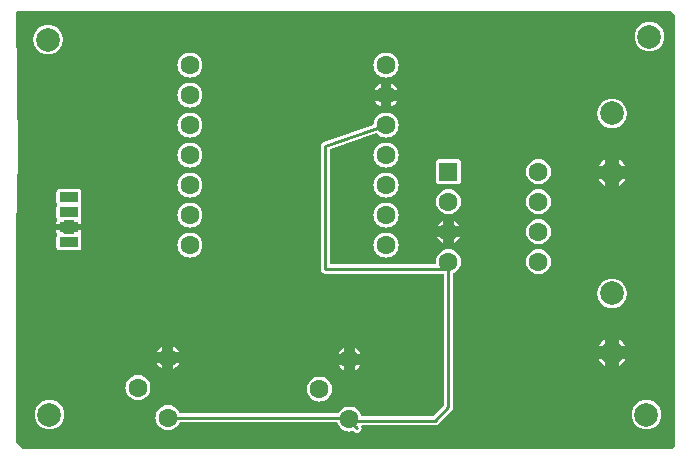
<source format=gbl>
G04 Layer: BottomLayer*
G04 EasyEDA v6.5.50, 2025-05-02 13:44:32*
G04 9c8b662e0eda49d2b6f133a678b52552,4ea17189a5af4923b0f09c00d4425dfb,10*
G04 Gerber Generator version 0.2*
G04 Scale: 100 percent, Rotated: No, Reflected: No *
G04 Dimensions in millimeters *
G04 leading zeros omitted , absolute positions ,4 integer and 5 decimal *
%FSLAX45Y45*%
%MOMM*%

%ADD10C,0.2540*%
%ADD11R,1.6002X1.6002*%
%ADD12C,1.6002*%
%ADD13C,2.0000*%
%ADD14C,1.6000*%
%ADD15R,1.6002X0.8890*%
%ADD16R,0.0198X0.8890*%

%LPD*%
G36*
X804316Y2755900D02*
G01*
X800404Y2756662D01*
X797102Y2758897D01*
X752297Y2803702D01*
X750062Y2807004D01*
X749300Y2810916D01*
X749300Y4584598D01*
X762000Y5245150D01*
X749401Y6454038D01*
X750163Y6457950D01*
X752348Y6461302D01*
X755650Y6463538D01*
X759561Y6464300D01*
X6282283Y6464300D01*
X6286195Y6463538D01*
X6289497Y6461302D01*
X6321602Y6429197D01*
X6323838Y6425895D01*
X6324600Y6421983D01*
X6324600Y2785516D01*
X6323838Y2781604D01*
X6321602Y2778302D01*
X6302197Y2758897D01*
X6298895Y2756662D01*
X6294983Y2755900D01*
G37*

%LPC*%
G36*
X3632200Y2895142D02*
G01*
X3639718Y2895904D01*
X3646932Y2898089D01*
X3653637Y2901645D01*
X3659479Y2906420D01*
X3664254Y2912262D01*
X3667810Y2918968D01*
X3669995Y2926181D01*
X3670757Y2933700D01*
X3669995Y2941218D01*
X3668725Y2945485D01*
X3668318Y2949244D01*
X3669284Y2952851D01*
X3671570Y2955899D01*
X3674770Y2957880D01*
X3678428Y2958592D01*
X4292092Y2958592D01*
X4300118Y2959404D01*
X4307332Y2961589D01*
X4314037Y2965145D01*
X4320235Y2970276D01*
X4433824Y3083864D01*
X4438954Y3090062D01*
X4442510Y3096768D01*
X4444695Y3103981D01*
X4445508Y3112008D01*
X4445508Y4238294D01*
X4446219Y4242003D01*
X4448200Y4245152D01*
X4451197Y4247438D01*
X4459833Y4251706D01*
X4471365Y4259376D01*
X4481779Y4268520D01*
X4490923Y4278934D01*
X4498594Y4290466D01*
X4504740Y4302861D01*
X4509211Y4315968D01*
X4511903Y4329582D01*
X4512818Y4343400D01*
X4511903Y4357217D01*
X4509211Y4370832D01*
X4504740Y4383938D01*
X4498594Y4396333D01*
X4490923Y4407865D01*
X4481779Y4418279D01*
X4471365Y4427423D01*
X4459833Y4435094D01*
X4447438Y4441240D01*
X4434332Y4445711D01*
X4420717Y4448403D01*
X4406900Y4449318D01*
X4393082Y4448403D01*
X4379468Y4445711D01*
X4366361Y4441240D01*
X4353966Y4435094D01*
X4342434Y4427423D01*
X4332020Y4418279D01*
X4322876Y4407865D01*
X4315206Y4396333D01*
X4309059Y4383938D01*
X4304588Y4370832D01*
X4301896Y4357217D01*
X4300982Y4343400D01*
X4301947Y4329328D01*
X4301337Y4325264D01*
X4299204Y4321708D01*
X4295851Y4319320D01*
X4291787Y4318508D01*
X3414268Y4318508D01*
X3410356Y4319270D01*
X3407105Y4321505D01*
X3404870Y4324756D01*
X3404108Y4328668D01*
X3404108Y5286603D01*
X3404971Y5290667D01*
X3407359Y5294071D01*
X3410915Y5296204D01*
X3791254Y5428132D01*
X3795217Y5428691D01*
X3799078Y5427675D01*
X3813556Y5415076D01*
X3825036Y5407406D01*
X3837482Y5401259D01*
X3850589Y5396839D01*
X3864152Y5394096D01*
X3877970Y5393232D01*
X3891838Y5394096D01*
X3905402Y5396839D01*
X3918508Y5401259D01*
X3930954Y5407406D01*
X3942435Y5415076D01*
X3952849Y5424220D01*
X3961993Y5434634D01*
X3969715Y5446166D01*
X3975811Y5458561D01*
X3980281Y5471718D01*
X3982974Y5485282D01*
X3983888Y5499100D01*
X3982974Y5512917D01*
X3980281Y5526481D01*
X3975811Y5539638D01*
X3969715Y5552033D01*
X3961993Y5563565D01*
X3952849Y5573979D01*
X3942435Y5583123D01*
X3930954Y5590794D01*
X3918508Y5596940D01*
X3905402Y5601360D01*
X3891838Y5604103D01*
X3877970Y5604967D01*
X3864152Y5604103D01*
X3850589Y5601360D01*
X3837482Y5596940D01*
X3825036Y5590794D01*
X3813556Y5583123D01*
X3803142Y5573979D01*
X3793998Y5563565D01*
X3786276Y5552033D01*
X3780180Y5539638D01*
X3775710Y5526481D01*
X3773017Y5512917D01*
X3772814Y5510022D01*
X3771798Y5506212D01*
X3769410Y5503062D01*
X3766007Y5501081D01*
X3351072Y5357114D01*
X3344062Y5353354D01*
X3338220Y5348579D01*
X3333445Y5342737D01*
X3329889Y5336032D01*
X3327704Y5328818D01*
X3326892Y5320792D01*
X3326892Y4280408D01*
X3327704Y4272381D01*
X3329889Y4265168D01*
X3333445Y4258462D01*
X3338220Y4252620D01*
X3344062Y4247845D01*
X3350768Y4244289D01*
X3357981Y4242104D01*
X3366008Y4241292D01*
X4358132Y4241292D01*
X4362043Y4240530D01*
X4365294Y4238294D01*
X4367530Y4235043D01*
X4368292Y4231132D01*
X4368292Y3131718D01*
X4367530Y3127806D01*
X4365294Y3124504D01*
X4279595Y3038805D01*
X4276293Y3036570D01*
X4272381Y3035808D01*
X3678783Y3035808D01*
X3674668Y3036671D01*
X3671265Y3039110D01*
X3669131Y3042716D01*
X3666540Y3050438D01*
X3660394Y3062833D01*
X3652723Y3074365D01*
X3643579Y3084779D01*
X3633165Y3093923D01*
X3621633Y3101594D01*
X3609238Y3107740D01*
X3596081Y3112160D01*
X3582517Y3114903D01*
X3568700Y3115767D01*
X3554882Y3114903D01*
X3541318Y3112160D01*
X3528161Y3107740D01*
X3515766Y3101594D01*
X3504234Y3093923D01*
X3493820Y3084779D01*
X3484676Y3074365D01*
X3478936Y3065729D01*
X3476650Y3063290D01*
X3473754Y3061766D01*
X3470452Y3061208D01*
X2137105Y3061208D01*
X2133396Y3061919D01*
X2130247Y3063900D01*
X2127961Y3066897D01*
X2123694Y3075533D01*
X2116023Y3087065D01*
X2106879Y3097479D01*
X2096465Y3106623D01*
X2084933Y3114294D01*
X2072538Y3120440D01*
X2059381Y3124860D01*
X2045817Y3127603D01*
X2032000Y3128467D01*
X2018182Y3127603D01*
X2004618Y3124860D01*
X1991461Y3120440D01*
X1979066Y3114294D01*
X1967534Y3106623D01*
X1957120Y3097479D01*
X1947976Y3087065D01*
X1940306Y3075533D01*
X1934159Y3063138D01*
X1929739Y3049981D01*
X1926996Y3036417D01*
X1926132Y3022600D01*
X1926996Y3008782D01*
X1929739Y2995218D01*
X1934159Y2982061D01*
X1940306Y2969666D01*
X1947976Y2958134D01*
X1957120Y2947720D01*
X1967534Y2938576D01*
X1979066Y2930906D01*
X1991461Y2924759D01*
X2004618Y2920339D01*
X2018182Y2917596D01*
X2032000Y2916732D01*
X2045817Y2917596D01*
X2059381Y2920339D01*
X2072538Y2924759D01*
X2084933Y2930906D01*
X2096465Y2938576D01*
X2106879Y2947720D01*
X2116023Y2958134D01*
X2123694Y2969666D01*
X2127961Y2978302D01*
X2130247Y2981299D01*
X2133396Y2983280D01*
X2137105Y2983992D01*
X3458616Y2983992D01*
X3462731Y2983128D01*
X3466134Y2980690D01*
X3468268Y2977083D01*
X3470859Y2969361D01*
X3477006Y2956966D01*
X3484676Y2945434D01*
X3493820Y2935020D01*
X3504234Y2925876D01*
X3515766Y2918206D01*
X3528161Y2912059D01*
X3541318Y2907639D01*
X3554882Y2904896D01*
X3568700Y2904032D01*
X3582517Y2904896D01*
X3597198Y2907893D01*
X3601669Y2907842D01*
X3605682Y2905810D01*
X3610762Y2901645D01*
X3617468Y2898089D01*
X3624681Y2895904D01*
G37*
G36*
X1028700Y2922117D02*
G01*
X1043889Y2923032D01*
X1058824Y2925775D01*
X1073353Y2930296D01*
X1087221Y2936544D01*
X1100226Y2944418D01*
X1112164Y2953766D01*
X1122934Y2964535D01*
X1132281Y2976473D01*
X1140155Y2989478D01*
X1146403Y3003346D01*
X1150924Y3017875D01*
X1153668Y3032810D01*
X1154582Y3048000D01*
X1153668Y3063189D01*
X1150924Y3078124D01*
X1146403Y3092653D01*
X1140155Y3106521D01*
X1132281Y3119526D01*
X1122934Y3131464D01*
X1112164Y3142234D01*
X1100226Y3151581D01*
X1087221Y3159455D01*
X1073353Y3165703D01*
X1058824Y3170224D01*
X1043889Y3172968D01*
X1028700Y3173882D01*
X1013510Y3172968D01*
X998575Y3170224D01*
X984046Y3165703D01*
X970178Y3159455D01*
X957173Y3151581D01*
X945235Y3142234D01*
X934466Y3131464D01*
X925118Y3119526D01*
X917244Y3106521D01*
X910996Y3092653D01*
X906475Y3078124D01*
X903732Y3063189D01*
X902817Y3048000D01*
X903732Y3032810D01*
X906475Y3017875D01*
X910996Y3003346D01*
X917244Y2989478D01*
X925118Y2976473D01*
X934466Y2964535D01*
X945235Y2953766D01*
X957173Y2944418D01*
X970178Y2936544D01*
X984046Y2930296D01*
X998575Y2925775D01*
X1013510Y2923032D01*
G37*
G36*
X6083300Y2922117D02*
G01*
X6098489Y2923032D01*
X6113424Y2925775D01*
X6127953Y2930296D01*
X6141821Y2936544D01*
X6154826Y2944418D01*
X6166764Y2953766D01*
X6177534Y2964535D01*
X6186881Y2976473D01*
X6194755Y2989478D01*
X6201003Y3003346D01*
X6205524Y3017875D01*
X6208268Y3032810D01*
X6209182Y3048000D01*
X6208268Y3063189D01*
X6205524Y3078124D01*
X6201003Y3092653D01*
X6194755Y3106521D01*
X6186881Y3119526D01*
X6177534Y3131464D01*
X6166764Y3142234D01*
X6154826Y3151581D01*
X6141821Y3159455D01*
X6127953Y3165703D01*
X6113424Y3170224D01*
X6098489Y3172968D01*
X6083300Y3173882D01*
X6068110Y3172968D01*
X6053175Y3170224D01*
X6038646Y3165703D01*
X6024778Y3159455D01*
X6011773Y3151581D01*
X5999835Y3142234D01*
X5989066Y3131464D01*
X5979718Y3119526D01*
X5971844Y3106521D01*
X5965596Y3092653D01*
X5961075Y3078124D01*
X5958332Y3063189D01*
X5957417Y3048000D01*
X5958332Y3032810D01*
X5961075Y3017875D01*
X5965596Y3003346D01*
X5971844Y2989478D01*
X5979718Y2976473D01*
X5989066Y2964535D01*
X5999835Y2953766D01*
X6011773Y2944418D01*
X6024778Y2936544D01*
X6038646Y2930296D01*
X6053175Y2925775D01*
X6068110Y2923032D01*
G37*
G36*
X3314700Y3158032D02*
G01*
X3328517Y3158896D01*
X3342081Y3161639D01*
X3355238Y3166059D01*
X3367633Y3172206D01*
X3379165Y3179876D01*
X3389579Y3189020D01*
X3398723Y3199434D01*
X3406394Y3210966D01*
X3412540Y3223361D01*
X3416960Y3236518D01*
X3419703Y3250082D01*
X3420567Y3263900D01*
X3419703Y3277717D01*
X3416960Y3291281D01*
X3412540Y3304438D01*
X3406394Y3316833D01*
X3398723Y3328365D01*
X3389579Y3338779D01*
X3379165Y3347923D01*
X3367633Y3355594D01*
X3355238Y3361740D01*
X3342081Y3366160D01*
X3328517Y3368903D01*
X3314700Y3369767D01*
X3300882Y3368903D01*
X3287318Y3366160D01*
X3274161Y3361740D01*
X3261766Y3355594D01*
X3250234Y3347923D01*
X3239820Y3338779D01*
X3230676Y3328365D01*
X3223006Y3316833D01*
X3216859Y3304438D01*
X3212439Y3291281D01*
X3209696Y3277717D01*
X3208832Y3263900D01*
X3209696Y3250082D01*
X3212439Y3236518D01*
X3216859Y3223361D01*
X3223006Y3210966D01*
X3230676Y3199434D01*
X3239820Y3189020D01*
X3250234Y3179876D01*
X3261766Y3172206D01*
X3274161Y3166059D01*
X3287318Y3161639D01*
X3300882Y3158896D01*
G37*
G36*
X1778000Y3170732D02*
G01*
X1791817Y3171596D01*
X1805381Y3174339D01*
X1818538Y3178759D01*
X1830933Y3184906D01*
X1842465Y3192576D01*
X1852879Y3201720D01*
X1862023Y3212134D01*
X1869693Y3223666D01*
X1875840Y3236061D01*
X1880260Y3249218D01*
X1883003Y3262782D01*
X1883867Y3276600D01*
X1883003Y3290417D01*
X1880260Y3303981D01*
X1875840Y3317138D01*
X1869693Y3329533D01*
X1862023Y3341065D01*
X1852879Y3351479D01*
X1842465Y3360623D01*
X1830933Y3368294D01*
X1818538Y3374440D01*
X1805381Y3378860D01*
X1791817Y3381603D01*
X1778000Y3382467D01*
X1764182Y3381603D01*
X1750618Y3378860D01*
X1737461Y3374440D01*
X1725066Y3368294D01*
X1713534Y3360623D01*
X1703120Y3351479D01*
X1693976Y3341065D01*
X1686306Y3329533D01*
X1680159Y3317138D01*
X1675739Y3303981D01*
X1672996Y3290417D01*
X1672132Y3276600D01*
X1672996Y3262782D01*
X1675739Y3249218D01*
X1680159Y3236061D01*
X1686306Y3223666D01*
X1693976Y3212134D01*
X1703120Y3201720D01*
X1713534Y3192576D01*
X1725066Y3184906D01*
X1737461Y3178759D01*
X1750618Y3174339D01*
X1764182Y3171596D01*
G37*
G36*
X3615029Y3422954D02*
G01*
X3621633Y3426206D01*
X3633165Y3433876D01*
X3643579Y3443020D01*
X3652723Y3453434D01*
X3660394Y3464966D01*
X3663645Y3471570D01*
X3615029Y3471570D01*
G37*
G36*
X3522370Y3422954D02*
G01*
X3522370Y3471570D01*
X3473754Y3471570D01*
X3477006Y3464966D01*
X3484676Y3453434D01*
X3493820Y3443020D01*
X3504234Y3433876D01*
X3515766Y3426206D01*
G37*
G36*
X1985670Y3435654D02*
G01*
X1985670Y3484270D01*
X1937054Y3484270D01*
X1940306Y3477666D01*
X1947976Y3466134D01*
X1957120Y3455720D01*
X1967534Y3446576D01*
X1979066Y3438906D01*
G37*
G36*
X2078329Y3435654D02*
G01*
X2084933Y3438906D01*
X2096465Y3446576D01*
X2106879Y3455720D01*
X2116023Y3466134D01*
X2123694Y3477666D01*
X2126945Y3484270D01*
X2078329Y3484270D01*
G37*
G36*
X5734862Y3459835D02*
G01*
X5734862Y3515918D01*
X5678779Y3515918D01*
X5679744Y3513734D01*
X5687618Y3500729D01*
X5696966Y3488791D01*
X5707735Y3478022D01*
X5719673Y3468674D01*
X5732678Y3460800D01*
G37*
G36*
X5847537Y3459835D02*
G01*
X5849721Y3460800D01*
X5862726Y3468674D01*
X5874664Y3478022D01*
X5885434Y3488791D01*
X5894781Y3500729D01*
X5902655Y3513734D01*
X5903620Y3515918D01*
X5847537Y3515918D01*
G37*
G36*
X3615029Y3564229D02*
G01*
X3663645Y3564229D01*
X3660394Y3570833D01*
X3652723Y3582365D01*
X3643579Y3592779D01*
X3633165Y3601923D01*
X3621633Y3609594D01*
X3615029Y3612845D01*
G37*
G36*
X3473754Y3564229D02*
G01*
X3522370Y3564229D01*
X3522370Y3612845D01*
X3515766Y3609594D01*
X3504234Y3601923D01*
X3493820Y3592779D01*
X3484676Y3582365D01*
X3477006Y3570833D01*
G37*
G36*
X1937054Y3576929D02*
G01*
X1985670Y3576929D01*
X1985670Y3625545D01*
X1979066Y3622294D01*
X1967534Y3614623D01*
X1957120Y3605479D01*
X1947976Y3595065D01*
X1940306Y3583533D01*
G37*
G36*
X2078329Y3576929D02*
G01*
X2126945Y3576929D01*
X2123694Y3583533D01*
X2116023Y3595065D01*
X2106879Y3605479D01*
X2096465Y3614623D01*
X2084933Y3622294D01*
X2078329Y3625545D01*
G37*
G36*
X5678779Y3628593D02*
G01*
X5734862Y3628593D01*
X5734862Y3684676D01*
X5732678Y3683711D01*
X5719673Y3675837D01*
X5707735Y3666490D01*
X5696966Y3655720D01*
X5687618Y3643782D01*
X5679744Y3630777D01*
G37*
G36*
X5847537Y3628593D02*
G01*
X5903620Y3628593D01*
X5902655Y3630777D01*
X5894781Y3643782D01*
X5885434Y3655720D01*
X5874664Y3666490D01*
X5862726Y3675837D01*
X5849721Y3683711D01*
X5847537Y3684676D01*
G37*
G36*
X5791200Y3947261D02*
G01*
X5806389Y3948176D01*
X5821324Y3950919D01*
X5835853Y3955440D01*
X5849721Y3961688D01*
X5862726Y3969562D01*
X5874664Y3978910D01*
X5885434Y3989679D01*
X5894781Y4001617D01*
X5902655Y4014622D01*
X5908903Y4028490D01*
X5913424Y4043019D01*
X5916168Y4057954D01*
X5917082Y4073144D01*
X5916168Y4088333D01*
X5913424Y4103268D01*
X5908903Y4117797D01*
X5902655Y4131665D01*
X5894781Y4144670D01*
X5885434Y4156608D01*
X5874664Y4167378D01*
X5862726Y4176725D01*
X5849721Y4184599D01*
X5835853Y4190847D01*
X5821324Y4195368D01*
X5806389Y4198112D01*
X5791200Y4199026D01*
X5776010Y4198112D01*
X5761075Y4195368D01*
X5746546Y4190847D01*
X5732678Y4184599D01*
X5719673Y4176725D01*
X5707735Y4167378D01*
X5696966Y4156608D01*
X5687618Y4144670D01*
X5679744Y4131665D01*
X5673496Y4117797D01*
X5668975Y4103268D01*
X5666232Y4088333D01*
X5665317Y4073144D01*
X5666232Y4057954D01*
X5668975Y4043019D01*
X5673496Y4028490D01*
X5679744Y4014622D01*
X5687618Y4001617D01*
X5696966Y3989679D01*
X5707735Y3978910D01*
X5719673Y3969562D01*
X5732678Y3961688D01*
X5746546Y3955440D01*
X5761075Y3950919D01*
X5776010Y3948176D01*
G37*
G36*
X5168900Y4237482D02*
G01*
X5182717Y4238396D01*
X5196332Y4241088D01*
X5209438Y4245559D01*
X5221833Y4251706D01*
X5233365Y4259376D01*
X5243779Y4268520D01*
X5252923Y4278934D01*
X5260594Y4290466D01*
X5266740Y4302861D01*
X5271211Y4315968D01*
X5273903Y4329582D01*
X5274818Y4343400D01*
X5273903Y4357217D01*
X5271211Y4370832D01*
X5266740Y4383938D01*
X5260594Y4396333D01*
X5252923Y4407865D01*
X5243779Y4418279D01*
X5233365Y4427423D01*
X5221833Y4435094D01*
X5209438Y4441240D01*
X5196332Y4445711D01*
X5182717Y4448403D01*
X5168900Y4449318D01*
X5155082Y4448403D01*
X5141468Y4445711D01*
X5128361Y4441240D01*
X5115966Y4435094D01*
X5104434Y4427423D01*
X5094020Y4418279D01*
X5084876Y4407865D01*
X5077206Y4396333D01*
X5071059Y4383938D01*
X5066588Y4370832D01*
X5063896Y4357217D01*
X5062982Y4343400D01*
X5063896Y4329582D01*
X5066588Y4315968D01*
X5071059Y4302861D01*
X5077206Y4290466D01*
X5084876Y4278934D01*
X5094020Y4268520D01*
X5104434Y4259376D01*
X5115966Y4251706D01*
X5128361Y4245559D01*
X5141468Y4241088D01*
X5155082Y4238396D01*
G37*
G36*
X3877970Y4377232D02*
G01*
X3891838Y4378096D01*
X3905402Y4380839D01*
X3918508Y4385259D01*
X3930954Y4391406D01*
X3942435Y4399076D01*
X3952849Y4408220D01*
X3961993Y4418634D01*
X3969715Y4430166D01*
X3975811Y4442561D01*
X3980281Y4455718D01*
X3982974Y4469282D01*
X3983888Y4483100D01*
X3982974Y4496917D01*
X3980281Y4510481D01*
X3975811Y4523638D01*
X3969715Y4536033D01*
X3961993Y4547565D01*
X3952849Y4557979D01*
X3942435Y4567123D01*
X3930954Y4574794D01*
X3918508Y4580940D01*
X3905402Y4585360D01*
X3891838Y4588103D01*
X3877970Y4588967D01*
X3864152Y4588103D01*
X3850589Y4585360D01*
X3837482Y4580940D01*
X3825036Y4574794D01*
X3813556Y4567123D01*
X3803142Y4557979D01*
X3793998Y4547565D01*
X3786276Y4536033D01*
X3780180Y4523638D01*
X3775710Y4510481D01*
X3773017Y4496917D01*
X3772103Y4483100D01*
X3773017Y4469282D01*
X3775710Y4455718D01*
X3780180Y4442561D01*
X3786276Y4430166D01*
X3793998Y4418634D01*
X3803142Y4408220D01*
X3813556Y4399076D01*
X3825036Y4391406D01*
X3837482Y4385259D01*
X3850589Y4380839D01*
X3864152Y4378096D01*
G37*
G36*
X2218029Y4377232D02*
G01*
X2231847Y4378096D01*
X2245410Y4380839D01*
X2258517Y4385259D01*
X2270963Y4391406D01*
X2282444Y4399076D01*
X2292858Y4408220D01*
X2302002Y4418634D01*
X2309723Y4430166D01*
X2315819Y4442561D01*
X2320290Y4455718D01*
X2322982Y4469282D01*
X2323896Y4483100D01*
X2322982Y4496917D01*
X2320290Y4510481D01*
X2315819Y4523638D01*
X2309723Y4536033D01*
X2302002Y4547565D01*
X2292858Y4557979D01*
X2282444Y4567123D01*
X2270963Y4574794D01*
X2258517Y4580940D01*
X2245410Y4585360D01*
X2231847Y4588103D01*
X2218029Y4588967D01*
X2204161Y4588103D01*
X2190597Y4585360D01*
X2177491Y4580940D01*
X2165045Y4574794D01*
X2153564Y4567123D01*
X2143150Y4557979D01*
X2134006Y4547565D01*
X2126284Y4536033D01*
X2120188Y4523638D01*
X2115718Y4510481D01*
X2113026Y4496917D01*
X2112111Y4483100D01*
X2113026Y4469282D01*
X2115718Y4455718D01*
X2120188Y4442561D01*
X2126284Y4430166D01*
X2134006Y4418634D01*
X2143150Y4408220D01*
X2153564Y4399076D01*
X2165045Y4391406D01*
X2177491Y4385259D01*
X2190597Y4380839D01*
X2204161Y4378096D01*
G37*
G36*
X1114348Y4438142D02*
G01*
X1273251Y4438142D01*
X1279550Y4438853D01*
X1285036Y4440783D01*
X1289913Y4443831D01*
X1294028Y4447946D01*
X1297076Y4452823D01*
X1299006Y4458309D01*
X1299718Y4464608D01*
X1299718Y4552391D01*
X1299006Y4558690D01*
X1297076Y4564176D01*
X1295552Y4566615D01*
X1294180Y4570120D01*
X1294180Y4573879D01*
X1295552Y4577384D01*
X1297076Y4579823D01*
X1299006Y4585309D01*
X1299718Y4591608D01*
X1299718Y4606899D01*
X1240180Y4606899D01*
X1240180Y4589018D01*
X1239367Y4585106D01*
X1237183Y4581855D01*
X1233881Y4579620D01*
X1230020Y4578858D01*
X1157630Y4578858D01*
X1153718Y4579620D01*
X1150416Y4581855D01*
X1148232Y4585106D01*
X1147470Y4589018D01*
X1147470Y4606899D01*
X1087882Y4606899D01*
X1087882Y4591608D01*
X1088593Y4585309D01*
X1090523Y4579823D01*
X1092047Y4577384D01*
X1093419Y4573879D01*
X1093419Y4570120D01*
X1092047Y4566615D01*
X1090523Y4564176D01*
X1088593Y4558690D01*
X1087882Y4552391D01*
X1087882Y4464608D01*
X1088593Y4458309D01*
X1090523Y4452823D01*
X1093571Y4447946D01*
X1097686Y4443831D01*
X1102563Y4440783D01*
X1108049Y4438853D01*
G37*
G36*
X5168900Y4491482D02*
G01*
X5182717Y4492396D01*
X5196332Y4495088D01*
X5209438Y4499559D01*
X5221833Y4505706D01*
X5233365Y4513376D01*
X5243779Y4522520D01*
X5252923Y4532934D01*
X5260594Y4544466D01*
X5266740Y4556861D01*
X5271211Y4569968D01*
X5273903Y4583582D01*
X5274818Y4597400D01*
X5273903Y4611217D01*
X5271211Y4624832D01*
X5266740Y4637938D01*
X5260594Y4650333D01*
X5252923Y4661865D01*
X5243779Y4672279D01*
X5233365Y4681423D01*
X5221833Y4689094D01*
X5209438Y4695240D01*
X5196332Y4699711D01*
X5182717Y4702403D01*
X5168900Y4703318D01*
X5155082Y4702403D01*
X5141468Y4699711D01*
X5128361Y4695240D01*
X5115966Y4689094D01*
X5104434Y4681423D01*
X5094020Y4672279D01*
X5084876Y4661865D01*
X5077206Y4650333D01*
X5071059Y4637938D01*
X5066588Y4624832D01*
X5063896Y4611217D01*
X5062982Y4597400D01*
X5063896Y4583582D01*
X5066588Y4569968D01*
X5071059Y4556861D01*
X5077206Y4544466D01*
X5084876Y4532934D01*
X5094020Y4522520D01*
X5104434Y4513376D01*
X5115966Y4505706D01*
X5128361Y4499559D01*
X5141468Y4495088D01*
X5155082Y4492396D01*
G37*
G36*
X4360570Y4502454D02*
G01*
X4360570Y4551019D01*
X4311954Y4551019D01*
X4315206Y4544466D01*
X4322876Y4532934D01*
X4332020Y4522520D01*
X4342434Y4513376D01*
X4353966Y4505706D01*
G37*
G36*
X4453280Y4502454D02*
G01*
X4459833Y4505706D01*
X4471365Y4513376D01*
X4481779Y4522520D01*
X4490923Y4532934D01*
X4498594Y4544466D01*
X4501845Y4551019D01*
X4453280Y4551019D01*
G37*
G36*
X2218029Y4631232D02*
G01*
X2231847Y4632096D01*
X2245410Y4634839D01*
X2258517Y4639259D01*
X2270963Y4645406D01*
X2282444Y4653076D01*
X2292858Y4662220D01*
X2302002Y4672634D01*
X2309723Y4684166D01*
X2315819Y4696561D01*
X2320290Y4709718D01*
X2322982Y4723282D01*
X2323896Y4737100D01*
X2322982Y4750917D01*
X2320290Y4764481D01*
X2315819Y4777638D01*
X2309723Y4790033D01*
X2302002Y4801565D01*
X2292858Y4811979D01*
X2282444Y4821123D01*
X2270963Y4828794D01*
X2258517Y4834940D01*
X2245410Y4839360D01*
X2231847Y4842103D01*
X2218029Y4842967D01*
X2204161Y4842103D01*
X2190597Y4839360D01*
X2177491Y4834940D01*
X2165045Y4828794D01*
X2153564Y4821123D01*
X2143150Y4811979D01*
X2134006Y4801565D01*
X2126284Y4790033D01*
X2120188Y4777638D01*
X2115718Y4764481D01*
X2113026Y4750917D01*
X2112111Y4737100D01*
X2113026Y4723282D01*
X2115718Y4709718D01*
X2120188Y4696561D01*
X2126284Y4684166D01*
X2134006Y4672634D01*
X2143150Y4662220D01*
X2153564Y4653076D01*
X2165045Y4645406D01*
X2177491Y4639259D01*
X2190597Y4634839D01*
X2204161Y4632096D01*
G37*
G36*
X3877970Y4631232D02*
G01*
X3891838Y4632096D01*
X3905402Y4634839D01*
X3918508Y4639259D01*
X3930954Y4645406D01*
X3942435Y4653076D01*
X3952849Y4662220D01*
X3961993Y4672634D01*
X3969715Y4684166D01*
X3975811Y4696561D01*
X3980281Y4709718D01*
X3982974Y4723282D01*
X3983888Y4737100D01*
X3982974Y4750917D01*
X3980281Y4764481D01*
X3975811Y4777638D01*
X3969715Y4790033D01*
X3961993Y4801565D01*
X3952849Y4811979D01*
X3942435Y4821123D01*
X3930954Y4828794D01*
X3918508Y4834940D01*
X3905402Y4839360D01*
X3891838Y4842103D01*
X3877970Y4842967D01*
X3864152Y4842103D01*
X3850589Y4839360D01*
X3837482Y4834940D01*
X3825036Y4828794D01*
X3813556Y4821123D01*
X3803142Y4811979D01*
X3793998Y4801565D01*
X3786276Y4790033D01*
X3780180Y4777638D01*
X3775710Y4764481D01*
X3773017Y4750917D01*
X3772103Y4737100D01*
X3773017Y4723282D01*
X3775710Y4709718D01*
X3780180Y4696561D01*
X3786276Y4684166D01*
X3793998Y4672634D01*
X3803142Y4662220D01*
X3813556Y4653076D01*
X3825036Y4645406D01*
X3837482Y4639259D01*
X3850589Y4634839D01*
X3864152Y4632096D01*
G37*
G36*
X4453280Y4643729D02*
G01*
X4501845Y4643729D01*
X4498594Y4650333D01*
X4490923Y4661865D01*
X4481779Y4672279D01*
X4471365Y4681423D01*
X4459833Y4689094D01*
X4453280Y4692345D01*
G37*
G36*
X4311954Y4643729D02*
G01*
X4360570Y4643729D01*
X4360570Y4692345D01*
X4353966Y4689094D01*
X4342434Y4681423D01*
X4332020Y4672279D01*
X4322876Y4661865D01*
X4315206Y4650333D01*
G37*
G36*
X1087882Y4664049D02*
G01*
X1147470Y4664049D01*
X1147470Y4681982D01*
X1148232Y4685893D01*
X1150416Y4689144D01*
X1153718Y4691380D01*
X1157630Y4692142D01*
X1230020Y4692142D01*
X1233881Y4691380D01*
X1237183Y4689144D01*
X1239367Y4685893D01*
X1240180Y4681982D01*
X1240180Y4664049D01*
X1299718Y4664049D01*
X1299718Y4679391D01*
X1299006Y4685690D01*
X1297076Y4691176D01*
X1295552Y4693615D01*
X1294180Y4697120D01*
X1294180Y4700879D01*
X1295552Y4704384D01*
X1297076Y4706823D01*
X1299006Y4712309D01*
X1299718Y4718608D01*
X1299718Y4806391D01*
X1299006Y4812690D01*
X1297076Y4818176D01*
X1295552Y4820615D01*
X1294180Y4824120D01*
X1294180Y4827879D01*
X1295552Y4831384D01*
X1297076Y4833823D01*
X1299006Y4839309D01*
X1299718Y4845608D01*
X1299718Y4933391D01*
X1299006Y4939690D01*
X1297076Y4945176D01*
X1294028Y4950053D01*
X1289913Y4954168D01*
X1285036Y4957216D01*
X1279550Y4959146D01*
X1273251Y4959858D01*
X1114348Y4959858D01*
X1108049Y4959146D01*
X1102563Y4957216D01*
X1097686Y4954168D01*
X1093571Y4950053D01*
X1090523Y4945176D01*
X1088593Y4939690D01*
X1087882Y4933391D01*
X1087882Y4845608D01*
X1088593Y4839309D01*
X1090523Y4833823D01*
X1092047Y4831384D01*
X1093419Y4827879D01*
X1093419Y4824120D01*
X1092047Y4820615D01*
X1090523Y4818176D01*
X1088593Y4812690D01*
X1087882Y4806391D01*
X1087882Y4718608D01*
X1088593Y4712309D01*
X1090523Y4706823D01*
X1092047Y4704384D01*
X1093419Y4700879D01*
X1093419Y4697120D01*
X1092047Y4693615D01*
X1090523Y4691176D01*
X1088593Y4685690D01*
X1087882Y4679391D01*
G37*
G36*
X5168900Y4745482D02*
G01*
X5182717Y4746396D01*
X5196332Y4749088D01*
X5209438Y4753559D01*
X5221833Y4759706D01*
X5233365Y4767376D01*
X5243779Y4776520D01*
X5252923Y4786934D01*
X5260594Y4798466D01*
X5266740Y4810861D01*
X5271211Y4823968D01*
X5273903Y4837582D01*
X5274818Y4851400D01*
X5273903Y4865217D01*
X5271211Y4878832D01*
X5266740Y4891938D01*
X5260594Y4904333D01*
X5252923Y4915865D01*
X5243779Y4926279D01*
X5233365Y4935423D01*
X5221833Y4943094D01*
X5209438Y4949240D01*
X5196332Y4953711D01*
X5182717Y4956403D01*
X5168900Y4957318D01*
X5155082Y4956403D01*
X5141468Y4953711D01*
X5128361Y4949240D01*
X5115966Y4943094D01*
X5104434Y4935423D01*
X5094020Y4926279D01*
X5084876Y4915865D01*
X5077206Y4904333D01*
X5071059Y4891938D01*
X5066588Y4878832D01*
X5063896Y4865217D01*
X5062982Y4851400D01*
X5063896Y4837582D01*
X5066588Y4823968D01*
X5071059Y4810861D01*
X5077206Y4798466D01*
X5084876Y4786934D01*
X5094020Y4776520D01*
X5104434Y4767376D01*
X5115966Y4759706D01*
X5128361Y4753559D01*
X5141468Y4749088D01*
X5155082Y4746396D01*
G37*
G36*
X4406900Y4745482D02*
G01*
X4420717Y4746396D01*
X4434332Y4749088D01*
X4447438Y4753559D01*
X4459833Y4759706D01*
X4471365Y4767376D01*
X4481779Y4776520D01*
X4490923Y4786934D01*
X4498594Y4798466D01*
X4504740Y4810861D01*
X4509211Y4823968D01*
X4511903Y4837582D01*
X4512818Y4851400D01*
X4511903Y4865217D01*
X4509211Y4878832D01*
X4504740Y4891938D01*
X4498594Y4904333D01*
X4490923Y4915865D01*
X4481779Y4926279D01*
X4471365Y4935423D01*
X4459833Y4943094D01*
X4447438Y4949240D01*
X4434332Y4953711D01*
X4420717Y4956403D01*
X4406900Y4957318D01*
X4393082Y4956403D01*
X4379468Y4953711D01*
X4366361Y4949240D01*
X4353966Y4943094D01*
X4342434Y4935423D01*
X4332020Y4926279D01*
X4322876Y4915865D01*
X4315206Y4904333D01*
X4309059Y4891938D01*
X4304588Y4878832D01*
X4301896Y4865217D01*
X4300982Y4851400D01*
X4301896Y4837582D01*
X4304588Y4823968D01*
X4309059Y4810861D01*
X4315206Y4798466D01*
X4322876Y4786934D01*
X4332020Y4776520D01*
X4342434Y4767376D01*
X4353966Y4759706D01*
X4366361Y4753559D01*
X4379468Y4749088D01*
X4393082Y4746396D01*
G37*
G36*
X2218029Y4885232D02*
G01*
X2231847Y4886096D01*
X2245410Y4888839D01*
X2258517Y4893259D01*
X2270963Y4899406D01*
X2282444Y4907076D01*
X2292858Y4916220D01*
X2302002Y4926634D01*
X2309723Y4938166D01*
X2315819Y4950561D01*
X2320290Y4963718D01*
X2322982Y4977282D01*
X2323896Y4991100D01*
X2322982Y5004917D01*
X2320290Y5018481D01*
X2315819Y5031638D01*
X2309723Y5044033D01*
X2302002Y5055565D01*
X2292858Y5065979D01*
X2282444Y5075123D01*
X2270963Y5082794D01*
X2258517Y5088940D01*
X2245410Y5093360D01*
X2231847Y5096103D01*
X2218029Y5096967D01*
X2204161Y5096103D01*
X2190597Y5093360D01*
X2177491Y5088940D01*
X2165045Y5082794D01*
X2153564Y5075123D01*
X2143150Y5065979D01*
X2134006Y5055565D01*
X2126284Y5044033D01*
X2120188Y5031638D01*
X2115718Y5018481D01*
X2113026Y5004917D01*
X2112111Y4991100D01*
X2113026Y4977282D01*
X2115718Y4963718D01*
X2120188Y4950561D01*
X2126284Y4938166D01*
X2134006Y4926634D01*
X2143150Y4916220D01*
X2153564Y4907076D01*
X2165045Y4899406D01*
X2177491Y4893259D01*
X2190597Y4888839D01*
X2204161Y4886096D01*
G37*
G36*
X3877970Y4885232D02*
G01*
X3891838Y4886096D01*
X3905402Y4888839D01*
X3918508Y4893259D01*
X3930954Y4899406D01*
X3942435Y4907076D01*
X3952849Y4916220D01*
X3961993Y4926634D01*
X3969715Y4938166D01*
X3975811Y4950561D01*
X3980281Y4963718D01*
X3982974Y4977282D01*
X3983888Y4991100D01*
X3982974Y5004917D01*
X3980281Y5018481D01*
X3975811Y5031638D01*
X3969715Y5044033D01*
X3961993Y5055565D01*
X3952849Y5065979D01*
X3942435Y5075123D01*
X3930954Y5082794D01*
X3918508Y5088940D01*
X3905402Y5093360D01*
X3891838Y5096103D01*
X3877970Y5096967D01*
X3864152Y5096103D01*
X3850589Y5093360D01*
X3837482Y5088940D01*
X3825036Y5082794D01*
X3813556Y5075123D01*
X3803142Y5065979D01*
X3793998Y5055565D01*
X3786276Y5044033D01*
X3780180Y5031638D01*
X3775710Y5018481D01*
X3773017Y5004917D01*
X3772103Y4991100D01*
X3773017Y4977282D01*
X3775710Y4963718D01*
X3780180Y4950561D01*
X3786276Y4938166D01*
X3793998Y4926634D01*
X3803142Y4916220D01*
X3813556Y4907076D01*
X3825036Y4899406D01*
X3837482Y4893259D01*
X3850589Y4888839D01*
X3864152Y4886096D01*
G37*
G36*
X5734862Y4983835D02*
G01*
X5734862Y5039918D01*
X5678779Y5039918D01*
X5679744Y5037734D01*
X5687618Y5024729D01*
X5696966Y5012791D01*
X5707735Y5002022D01*
X5719673Y4992674D01*
X5732678Y4984800D01*
G37*
G36*
X5847537Y4983835D02*
G01*
X5849721Y4984800D01*
X5862726Y4992674D01*
X5874664Y5002022D01*
X5885434Y5012791D01*
X5894781Y5024729D01*
X5902655Y5037734D01*
X5903620Y5039918D01*
X5847537Y5039918D01*
G37*
G36*
X5168900Y4999482D02*
G01*
X5182717Y5000396D01*
X5196332Y5003088D01*
X5209438Y5007559D01*
X5221833Y5013706D01*
X5233365Y5021376D01*
X5243779Y5030520D01*
X5252923Y5040934D01*
X5260594Y5052466D01*
X5266740Y5064861D01*
X5271211Y5077968D01*
X5273903Y5091582D01*
X5274818Y5105400D01*
X5273903Y5119217D01*
X5271211Y5132832D01*
X5266740Y5145938D01*
X5260594Y5158333D01*
X5252923Y5169865D01*
X5243779Y5180279D01*
X5233365Y5189423D01*
X5221833Y5197094D01*
X5209438Y5203240D01*
X5196332Y5207711D01*
X5182717Y5210403D01*
X5168900Y5211318D01*
X5155082Y5210403D01*
X5141468Y5207711D01*
X5128361Y5203240D01*
X5115966Y5197094D01*
X5104434Y5189423D01*
X5094020Y5180279D01*
X5084876Y5169865D01*
X5077206Y5158333D01*
X5071059Y5145938D01*
X5066588Y5132832D01*
X5063896Y5119217D01*
X5062982Y5105400D01*
X5063896Y5091582D01*
X5066588Y5077968D01*
X5071059Y5064861D01*
X5077206Y5052466D01*
X5084876Y5040934D01*
X5094020Y5030520D01*
X5104434Y5021376D01*
X5115966Y5013706D01*
X5128361Y5007559D01*
X5141468Y5003088D01*
X5155082Y5000396D01*
G37*
G36*
X4327448Y4999482D02*
G01*
X4486351Y4999482D01*
X4492650Y5000193D01*
X4498136Y5002123D01*
X4503013Y5005171D01*
X4507128Y5009286D01*
X4510176Y5014163D01*
X4512106Y5019649D01*
X4512818Y5025948D01*
X4512818Y5184851D01*
X4512106Y5191150D01*
X4510176Y5196636D01*
X4507128Y5201513D01*
X4503013Y5205628D01*
X4498136Y5208676D01*
X4492650Y5210606D01*
X4486351Y5211318D01*
X4327448Y5211318D01*
X4321149Y5210606D01*
X4315663Y5208676D01*
X4310786Y5205628D01*
X4306671Y5201513D01*
X4303623Y5196636D01*
X4301693Y5191150D01*
X4300982Y5184851D01*
X4300982Y5025948D01*
X4301693Y5019649D01*
X4303623Y5014163D01*
X4306671Y5009286D01*
X4310786Y5005171D01*
X4315663Y5002123D01*
X4321149Y5000193D01*
G37*
G36*
X2218029Y5139232D02*
G01*
X2231847Y5140096D01*
X2245410Y5142839D01*
X2258517Y5147259D01*
X2270963Y5153406D01*
X2282444Y5161076D01*
X2292858Y5170220D01*
X2302002Y5180634D01*
X2309723Y5192166D01*
X2315819Y5204561D01*
X2320290Y5217718D01*
X2322982Y5231282D01*
X2323896Y5245100D01*
X2322982Y5258917D01*
X2320290Y5272481D01*
X2315819Y5285638D01*
X2309723Y5298033D01*
X2302002Y5309565D01*
X2292858Y5319979D01*
X2282444Y5329123D01*
X2270963Y5336794D01*
X2258517Y5342940D01*
X2245410Y5347360D01*
X2231847Y5350103D01*
X2218029Y5350967D01*
X2204161Y5350103D01*
X2190597Y5347360D01*
X2177491Y5342940D01*
X2165045Y5336794D01*
X2153564Y5329123D01*
X2143150Y5319979D01*
X2134006Y5309565D01*
X2126284Y5298033D01*
X2120188Y5285638D01*
X2115718Y5272481D01*
X2113026Y5258917D01*
X2112111Y5245100D01*
X2113026Y5231282D01*
X2115718Y5217718D01*
X2120188Y5204561D01*
X2126284Y5192166D01*
X2134006Y5180634D01*
X2143150Y5170220D01*
X2153564Y5161076D01*
X2165045Y5153406D01*
X2177491Y5147259D01*
X2190597Y5142839D01*
X2204161Y5140096D01*
G37*
G36*
X3877970Y5139232D02*
G01*
X3891838Y5140096D01*
X3905402Y5142839D01*
X3918508Y5147259D01*
X3930954Y5153406D01*
X3942435Y5161076D01*
X3952849Y5170220D01*
X3961993Y5180634D01*
X3969715Y5192166D01*
X3975811Y5204561D01*
X3980281Y5217718D01*
X3982974Y5231282D01*
X3983888Y5245100D01*
X3982974Y5258917D01*
X3980281Y5272481D01*
X3975811Y5285638D01*
X3969715Y5298033D01*
X3961993Y5309565D01*
X3952849Y5319979D01*
X3942435Y5329123D01*
X3930954Y5336794D01*
X3918508Y5342940D01*
X3905402Y5347360D01*
X3891838Y5350103D01*
X3877970Y5350967D01*
X3864152Y5350103D01*
X3850589Y5347360D01*
X3837482Y5342940D01*
X3825036Y5336794D01*
X3813556Y5329123D01*
X3803142Y5319979D01*
X3793998Y5309565D01*
X3786276Y5298033D01*
X3780180Y5285638D01*
X3775710Y5272481D01*
X3773017Y5258917D01*
X3772103Y5245100D01*
X3773017Y5231282D01*
X3775710Y5217718D01*
X3780180Y5204561D01*
X3786276Y5192166D01*
X3793998Y5180634D01*
X3803142Y5170220D01*
X3813556Y5161076D01*
X3825036Y5153406D01*
X3837482Y5147259D01*
X3850589Y5142839D01*
X3864152Y5140096D01*
G37*
G36*
X5678779Y5152593D02*
G01*
X5734862Y5152593D01*
X5734862Y5208676D01*
X5732678Y5207711D01*
X5719673Y5199837D01*
X5707735Y5190490D01*
X5696966Y5179720D01*
X5687618Y5167782D01*
X5679744Y5154777D01*
G37*
G36*
X5847537Y5152593D02*
G01*
X5903620Y5152593D01*
X5902655Y5154777D01*
X5894781Y5167782D01*
X5885434Y5179720D01*
X5874664Y5190490D01*
X5862726Y5199837D01*
X5849721Y5207711D01*
X5847537Y5208676D01*
G37*
G36*
X2218029Y5393232D02*
G01*
X2231847Y5394096D01*
X2245410Y5396839D01*
X2258517Y5401259D01*
X2270963Y5407406D01*
X2282444Y5415076D01*
X2292858Y5424220D01*
X2302002Y5434634D01*
X2309723Y5446166D01*
X2315819Y5458561D01*
X2320290Y5471718D01*
X2322982Y5485282D01*
X2323896Y5499100D01*
X2322982Y5512917D01*
X2320290Y5526481D01*
X2315819Y5539638D01*
X2309723Y5552033D01*
X2302002Y5563565D01*
X2292858Y5573979D01*
X2282444Y5583123D01*
X2270963Y5590794D01*
X2258517Y5596940D01*
X2245410Y5601360D01*
X2231847Y5604103D01*
X2218029Y5604967D01*
X2204161Y5604103D01*
X2190597Y5601360D01*
X2177491Y5596940D01*
X2165045Y5590794D01*
X2153564Y5583123D01*
X2143150Y5573979D01*
X2134006Y5563565D01*
X2126284Y5552033D01*
X2120188Y5539638D01*
X2115718Y5526481D01*
X2113026Y5512917D01*
X2112111Y5499100D01*
X2113026Y5485282D01*
X2115718Y5471718D01*
X2120188Y5458561D01*
X2126284Y5446166D01*
X2134006Y5434634D01*
X2143150Y5424220D01*
X2153564Y5415076D01*
X2165045Y5407406D01*
X2177491Y5401259D01*
X2190597Y5396839D01*
X2204161Y5394096D01*
G37*
G36*
X5791200Y5471261D02*
G01*
X5806389Y5472176D01*
X5821324Y5474919D01*
X5835853Y5479440D01*
X5849721Y5485688D01*
X5862726Y5493562D01*
X5874664Y5502910D01*
X5885434Y5513679D01*
X5894781Y5525617D01*
X5902655Y5538622D01*
X5908903Y5552490D01*
X5913424Y5567019D01*
X5916168Y5581954D01*
X5917082Y5597144D01*
X5916168Y5612333D01*
X5913424Y5627268D01*
X5908903Y5641797D01*
X5902655Y5655665D01*
X5894781Y5668670D01*
X5885434Y5680608D01*
X5874664Y5691378D01*
X5862726Y5700725D01*
X5849721Y5708599D01*
X5835853Y5714847D01*
X5821324Y5719368D01*
X5806389Y5722112D01*
X5791200Y5723026D01*
X5776010Y5722112D01*
X5761075Y5719368D01*
X5746546Y5714847D01*
X5732678Y5708599D01*
X5719673Y5700725D01*
X5707735Y5691378D01*
X5696966Y5680608D01*
X5687618Y5668670D01*
X5679744Y5655665D01*
X5673496Y5641797D01*
X5668975Y5627268D01*
X5666232Y5612333D01*
X5665317Y5597144D01*
X5666232Y5581954D01*
X5668975Y5567019D01*
X5673496Y5552490D01*
X5679744Y5538622D01*
X5687618Y5525617D01*
X5696966Y5513679D01*
X5707735Y5502910D01*
X5719673Y5493562D01*
X5732678Y5485688D01*
X5746546Y5479440D01*
X5761075Y5474919D01*
X5776010Y5472176D01*
G37*
G36*
X2218029Y5647232D02*
G01*
X2231847Y5648096D01*
X2245410Y5650839D01*
X2258517Y5655259D01*
X2270963Y5661406D01*
X2282444Y5669076D01*
X2292858Y5678220D01*
X2302002Y5688634D01*
X2309723Y5700166D01*
X2315819Y5712561D01*
X2320290Y5725718D01*
X2322982Y5739282D01*
X2323896Y5753100D01*
X2322982Y5766917D01*
X2320290Y5780481D01*
X2315819Y5793638D01*
X2309723Y5806033D01*
X2302002Y5817565D01*
X2292858Y5827979D01*
X2282444Y5837123D01*
X2270963Y5844794D01*
X2258517Y5850940D01*
X2245410Y5855360D01*
X2231847Y5858103D01*
X2218029Y5858967D01*
X2204161Y5858103D01*
X2190597Y5855360D01*
X2177491Y5850940D01*
X2165045Y5844794D01*
X2153564Y5837123D01*
X2143150Y5827979D01*
X2134006Y5817565D01*
X2126284Y5806033D01*
X2120188Y5793638D01*
X2115718Y5780481D01*
X2113026Y5766917D01*
X2112111Y5753100D01*
X2113026Y5739282D01*
X2115718Y5725718D01*
X2120188Y5712561D01*
X2126284Y5700166D01*
X2134006Y5688634D01*
X2143150Y5678220D01*
X2153564Y5669076D01*
X2165045Y5661406D01*
X2177491Y5655259D01*
X2190597Y5650839D01*
X2204161Y5648096D01*
G37*
G36*
X3831640Y5658154D02*
G01*
X3831640Y5706770D01*
X3783025Y5706770D01*
X3786276Y5700166D01*
X3793998Y5688634D01*
X3803142Y5678220D01*
X3813556Y5669076D01*
X3825036Y5661406D01*
G37*
G36*
X3924350Y5658154D02*
G01*
X3930954Y5661406D01*
X3942435Y5669076D01*
X3952849Y5678220D01*
X3961993Y5688634D01*
X3969715Y5700166D01*
X3972966Y5706770D01*
X3924350Y5706770D01*
G37*
G36*
X3783025Y5799429D02*
G01*
X3831640Y5799429D01*
X3831640Y5848045D01*
X3825036Y5844794D01*
X3813556Y5837123D01*
X3803142Y5827979D01*
X3793998Y5817565D01*
X3786276Y5806033D01*
G37*
G36*
X3924350Y5799429D02*
G01*
X3972966Y5799429D01*
X3969715Y5806033D01*
X3961993Y5817565D01*
X3952849Y5827979D01*
X3942435Y5837123D01*
X3930954Y5844794D01*
X3924350Y5848045D01*
G37*
G36*
X3877970Y5901232D02*
G01*
X3891838Y5902096D01*
X3905402Y5904839D01*
X3918508Y5909259D01*
X3930954Y5915406D01*
X3942435Y5923076D01*
X3952849Y5932220D01*
X3961993Y5942634D01*
X3969715Y5954166D01*
X3975811Y5966561D01*
X3980281Y5979718D01*
X3982974Y5993282D01*
X3983888Y6007100D01*
X3982974Y6020917D01*
X3980281Y6034481D01*
X3975811Y6047638D01*
X3969715Y6060033D01*
X3961993Y6071565D01*
X3952849Y6081979D01*
X3942435Y6091123D01*
X3930954Y6098794D01*
X3918508Y6104940D01*
X3905402Y6109360D01*
X3891838Y6112103D01*
X3877970Y6112967D01*
X3864152Y6112103D01*
X3850589Y6109360D01*
X3837482Y6104940D01*
X3825036Y6098794D01*
X3813556Y6091123D01*
X3803142Y6081979D01*
X3793998Y6071565D01*
X3786276Y6060033D01*
X3780180Y6047638D01*
X3775710Y6034481D01*
X3773017Y6020917D01*
X3772103Y6007100D01*
X3773017Y5993282D01*
X3775710Y5979718D01*
X3780180Y5966561D01*
X3786276Y5954166D01*
X3793998Y5942634D01*
X3803142Y5932220D01*
X3813556Y5923076D01*
X3825036Y5915406D01*
X3837482Y5909259D01*
X3850589Y5904839D01*
X3864152Y5902096D01*
G37*
G36*
X2218029Y5901232D02*
G01*
X2231847Y5902096D01*
X2245410Y5904839D01*
X2258517Y5909259D01*
X2270963Y5915406D01*
X2282444Y5923076D01*
X2292858Y5932220D01*
X2302002Y5942634D01*
X2309723Y5954166D01*
X2315819Y5966561D01*
X2320290Y5979718D01*
X2322982Y5993282D01*
X2323896Y6007100D01*
X2322982Y6020917D01*
X2320290Y6034481D01*
X2315819Y6047638D01*
X2309723Y6060033D01*
X2302002Y6071565D01*
X2292858Y6081979D01*
X2282444Y6091123D01*
X2270963Y6098794D01*
X2258517Y6104940D01*
X2245410Y6109360D01*
X2231847Y6112103D01*
X2218029Y6112967D01*
X2204161Y6112103D01*
X2190597Y6109360D01*
X2177491Y6104940D01*
X2165045Y6098794D01*
X2153564Y6091123D01*
X2143150Y6081979D01*
X2134006Y6071565D01*
X2126284Y6060033D01*
X2120188Y6047638D01*
X2115718Y6034481D01*
X2113026Y6020917D01*
X2112111Y6007100D01*
X2113026Y5993282D01*
X2115718Y5979718D01*
X2120188Y5966561D01*
X2126284Y5954166D01*
X2134006Y5942634D01*
X2143150Y5932220D01*
X2153564Y5923076D01*
X2165045Y5915406D01*
X2177491Y5909259D01*
X2190597Y5904839D01*
X2204161Y5902096D01*
G37*
G36*
X1016000Y6097117D02*
G01*
X1031189Y6098032D01*
X1046124Y6100775D01*
X1060653Y6105296D01*
X1074521Y6111544D01*
X1087526Y6119418D01*
X1099464Y6128766D01*
X1110234Y6139535D01*
X1119581Y6151473D01*
X1127455Y6164478D01*
X1133703Y6178346D01*
X1138224Y6192875D01*
X1140968Y6207810D01*
X1141882Y6223000D01*
X1140968Y6238189D01*
X1138224Y6253124D01*
X1133703Y6267653D01*
X1127455Y6281521D01*
X1119581Y6294526D01*
X1110234Y6306464D01*
X1099464Y6317234D01*
X1087526Y6326581D01*
X1074521Y6334455D01*
X1060653Y6340703D01*
X1046124Y6345224D01*
X1031189Y6347968D01*
X1016000Y6348882D01*
X1000810Y6347968D01*
X985875Y6345224D01*
X971346Y6340703D01*
X957478Y6334455D01*
X944473Y6326581D01*
X932535Y6317234D01*
X921766Y6306464D01*
X912418Y6294526D01*
X904544Y6281521D01*
X898296Y6267653D01*
X893775Y6253124D01*
X891032Y6238189D01*
X890117Y6223000D01*
X891032Y6207810D01*
X893775Y6192875D01*
X898296Y6178346D01*
X904544Y6164478D01*
X912418Y6151473D01*
X921766Y6139535D01*
X932535Y6128766D01*
X944473Y6119418D01*
X957478Y6111544D01*
X971346Y6105296D01*
X985875Y6100775D01*
X1000810Y6098032D01*
G37*
G36*
X6108700Y6122517D02*
G01*
X6123889Y6123432D01*
X6138824Y6126175D01*
X6153353Y6130696D01*
X6167221Y6136944D01*
X6180226Y6144818D01*
X6192164Y6154166D01*
X6202934Y6164935D01*
X6212281Y6176873D01*
X6220155Y6189878D01*
X6226403Y6203746D01*
X6230924Y6218275D01*
X6233668Y6233210D01*
X6234582Y6248400D01*
X6233668Y6263589D01*
X6230924Y6278524D01*
X6226403Y6293053D01*
X6220155Y6306921D01*
X6212281Y6319926D01*
X6202934Y6331864D01*
X6192164Y6342634D01*
X6180226Y6351981D01*
X6167221Y6359855D01*
X6153353Y6366103D01*
X6138824Y6370624D01*
X6123889Y6373368D01*
X6108700Y6374282D01*
X6093510Y6373368D01*
X6078575Y6370624D01*
X6064046Y6366103D01*
X6050178Y6359855D01*
X6037173Y6351981D01*
X6025235Y6342634D01*
X6014466Y6331864D01*
X6005118Y6319926D01*
X5997244Y6306921D01*
X5990996Y6293053D01*
X5986475Y6278524D01*
X5983732Y6263589D01*
X5982817Y6248400D01*
X5983732Y6233210D01*
X5986475Y6218275D01*
X5990996Y6203746D01*
X5997244Y6189878D01*
X6005118Y6176873D01*
X6014466Y6164935D01*
X6025235Y6154166D01*
X6037173Y6144818D01*
X6050178Y6136944D01*
X6064046Y6130696D01*
X6078575Y6126175D01*
X6093510Y6123432D01*
G37*

%LPD*%
D10*
X2032000Y3022600D02*
G01*
X3543300Y3022600D01*
X3632200Y2933700D01*
X4406900Y4343400D02*
G01*
X4406900Y3111500D01*
X4292600Y2997200D01*
X3581400Y2997200D01*
X3568700Y3009900D01*
X3878072Y5499100D02*
G01*
X3365500Y5321300D01*
X3365500Y4279900D01*
X4406900Y4279900D01*
X4406900Y4343400D01*
D11*
G01*
X4406900Y5105400D03*
D12*
G01*
X4406900Y4851400D03*
G01*
X4406900Y4597400D03*
G01*
X4406900Y4343400D03*
G01*
X5168900Y4343400D03*
G01*
X5168900Y4597400D03*
G01*
X5168900Y4851400D03*
G01*
X5168900Y5105400D03*
D13*
G01*
X1016000Y6223000D03*
G01*
X1028700Y3048000D03*
G01*
X6108700Y6248400D03*
G01*
X6083300Y3048000D03*
D14*
G01*
X1778000Y3276600D03*
G01*
X2032000Y3022600D03*
G01*
X2032000Y3530600D03*
G01*
X3314700Y3263900D03*
G01*
X3568700Y3009900D03*
G01*
X3568700Y3517900D03*
D13*
G01*
X5791200Y5597144D03*
G01*
X5791200Y5096255D03*
G01*
X5791200Y4073144D03*
G01*
X5791200Y3572255D03*
D15*
G01*
X1193800Y4635500D03*
G01*
X1193800Y4508500D03*
G01*
X1193800Y4762500D03*
G01*
X1193800Y4889500D03*
D14*
G01*
X2218004Y6007100D03*
G01*
X2218004Y5753100D03*
G01*
X2218004Y5499100D03*
G01*
X2218004Y4991100D03*
G01*
X2218004Y4737100D03*
G01*
X2218004Y4483100D03*
G01*
X3877995Y6007100D03*
G01*
X3877995Y5753100D03*
G01*
X3877995Y5499100D03*
G01*
X3877995Y5245100D03*
G01*
X3877995Y4991100D03*
G01*
X3877995Y4737100D03*
G01*
X3877995Y4483100D03*
G01*
X2218004Y5245100D03*
M02*

</source>
